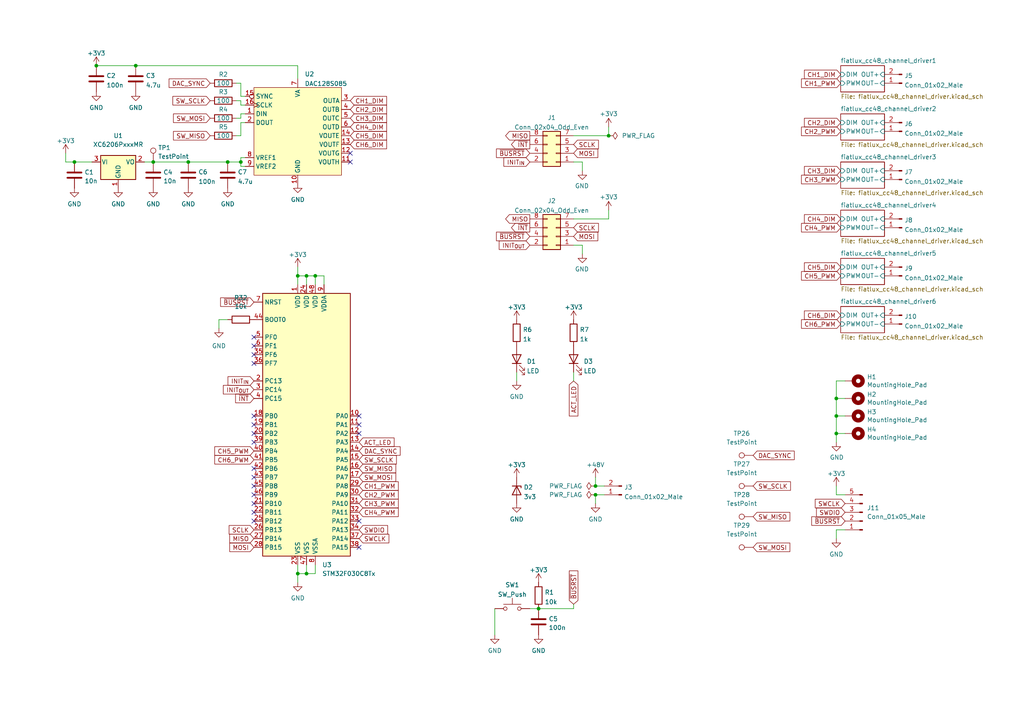
<source format=kicad_sch>
(kicad_sch (version 20211123) (generator eeschema)
  (paper "A4")
  (lib_symbols
    (symbol "Connector:Conn_01x02_Male" (pin_names (offset 1.016) hide)
      (property "Reference" "J" (at 0 2.54 0))
      (property "Value" "Conn_01x02_Male" (at 0 -5.08 0))
      (symbol "Conn_01x02_Male_1_1"
        (polyline (pts (xy 1.27 -2.54) (xy 0.8636 -2.54)) (stroke (width 0.1524)))
        (polyline (pts (xy 1.27 0) (xy 0.8636 0)) (stroke (width 0.1524)))
        (rectangle (start 0.8636 -2.413) (end 0 -2.667) (stroke (width 0.1524)) (fill (type outline)))
        (rectangle (start 0.8636 0.127) (end 0 -0.127) (stroke (width 0.1524)) (fill (type outline)))
        (pin passive line (at 5.08 0 180) (length 3.81) (name "Pin_1") (number "1"))
        (pin passive line (at 5.08 -2.54 180) (length 3.81) (name "Pin_2") (number "2"))
      )
    )
    (symbol "Connector:Conn_01x05_Male" (pin_names (offset 1.016) hide)
      (property "Reference" "J" (at 0 7.62 0))
      (property "Value" "Conn_01x05_Male" (at 0 -7.62 0))
      (symbol "Conn_01x05_Male_1_1"
        (polyline (pts (xy 1.27 -5.08) (xy 0.8636 -5.08)) (stroke (width 0.1524)))
        (polyline (pts (xy 1.27 -2.54) (xy 0.8636 -2.54)) (stroke (width 0.1524)))
        (polyline (pts (xy 1.27 0) (xy 0.8636 0)) (stroke (width 0.1524)))
        (polyline (pts (xy 1.27 2.54) (xy 0.8636 2.54)) (stroke (width 0.1524)))
        (polyline (pts (xy 1.27 5.08) (xy 0.8636 5.08)) (stroke (width 0.1524)))
        (rectangle (start 0.8636 -4.953) (end 0 -5.207) (stroke (width 0.1524)) (fill (type outline)))
        (rectangle (start 0.8636 -2.413) (end 0 -2.667) (stroke (width 0.1524)) (fill (type outline)))
        (rectangle (start 0.8636 0.127) (end 0 -0.127) (stroke (width 0.1524)) (fill (type outline)))
        (rectangle (start 0.8636 2.667) (end 0 2.413) (stroke (width 0.1524)) (fill (type outline)))
        (rectangle (start 0.8636 5.207) (end 0 4.953) (stroke (width 0.1524)) (fill (type outline)))
        (pin passive line (at 5.08 5.08 180) (length 3.81) (name "Pin_1") (number "1"))
        (pin passive line (at 5.08 2.54 180) (length 3.81) (name "Pin_2") (number "2"))
        (pin passive line (at 5.08 0 180) (length 3.81) (name "Pin_3") (number "3"))
        (pin passive line (at 5.08 -2.54 180) (length 3.81) (name "Pin_4") (number "4"))
        (pin passive line (at 5.08 -5.08 180) (length 3.81) (name "Pin_5") (number "5"))
      )
    )
    (symbol "Connector:TestPoint" (pin_numbers hide) (pin_names (offset 0.762) hide)
      (property "Reference" "TP" (at 0 6.858 0))
      (property "Value" "TestPoint" (at 0 5.08 0))
      (symbol "TestPoint_0_1"
        (circle (center 0 3.302) (radius 0.762))
      )
      (symbol "TestPoint_1_1"
        (pin passive line (at 0 0 90) (length 2.54) (name "1") (number "1"))
      )
    )
    (symbol "Connector_Generic:Conn_02x04_Odd_Even" (pin_names (offset 1.016) hide)
      (property "Reference" "J" (at 1.27 5.08 0))
      (property "Value" "Conn_02x04_Odd_Even" (at 1.27 -7.62 0))
      (symbol "Conn_02x04_Odd_Even_1_1"
        (rectangle (start -1.27 -4.953) (end 0 -5.207) (stroke (width 0.1524)))
        (rectangle (start -1.27 -2.413) (end 0 -2.667) (stroke (width 0.1524)))
        (rectangle (start -1.27 0.127) (end 0 -0.127) (stroke (width 0.1524)))
        (rectangle (start -1.27 2.667) (end 0 2.413) (stroke (width 0.1524)))
        (rectangle (start -1.27 3.81) (end 3.81 -6.35) (stroke (width 0.254)) (fill (type background)))
        (rectangle (start 3.81 -4.953) (end 2.54 -5.207) (stroke (width 0.1524)))
        (rectangle (start 3.81 -2.413) (end 2.54 -2.667) (stroke (width 0.1524)))
        (rectangle (start 3.81 0.127) (end 2.54 -0.127) (stroke (width 0.1524)))
        (rectangle (start 3.81 2.667) (end 2.54 2.413) (stroke (width 0.1524)))
        (pin passive line (at -5.08 2.54 0) (length 3.81) (name "Pin_1") (number "1"))
        (pin passive line (at 7.62 2.54 180) (length 3.81) (name "Pin_2") (number "2"))
        (pin passive line (at -5.08 0 0) (length 3.81) (name "Pin_3") (number "3"))
        (pin passive line (at 7.62 0 180) (length 3.81) (name "Pin_4") (number "4"))
        (pin passive line (at -5.08 -2.54 0) (length 3.81) (name "Pin_5") (number "5"))
        (pin passive line (at 7.62 -2.54 180) (length 3.81) (name "Pin_6") (number "6"))
        (pin passive line (at -5.08 -5.08 0) (length 3.81) (name "Pin_7") (number "7"))
        (pin passive line (at 7.62 -5.08 180) (length 3.81) (name "Pin_8") (number "8"))
      )
    )
    (symbol "Device:C" (pin_numbers hide) (pin_names (offset 0.254))
      (property "Reference" "C" (at 0.635 2.54 0))
      (property "Value" "C" (at 0.635 -2.54 0))
      (symbol "C_0_1"
        (polyline (pts (xy -2.032 -0.762) (xy 2.032 -0.762)) (stroke (width 0.508)))
        (polyline (pts (xy -2.032 0.762) (xy 2.032 0.762)) (stroke (width 0.508)))
      )
      (symbol "C_1_1"
        (pin passive line (at 0 3.81 270) (length 2.794) (name "~") (number "1"))
        (pin passive line (at 0 -3.81 90) (length 2.794) (name "~") (number "2"))
      )
    )
    (symbol "Device:D_Zener" (pin_numbers hide) (pin_names (offset 1.016) hide)
      (property "Reference" "D" (at 0 2.54 0))
      (property "Value" "D_Zener" (at 0 -2.54 0))
      (symbol "D_Zener_0_1"
        (polyline (pts (xy 1.27 0) (xy -1.27 0)))
        (polyline (pts (xy -1.27 -1.27) (xy -1.27 1.27) (xy -0.762 1.27)) (stroke (width 0.254)))
        (polyline (pts (xy 1.27 -1.27) (xy 1.27 1.27) (xy -1.27 0) (xy 1.27 -1.27)) (stroke (width 0.254)))
      )
      (symbol "D_Zener_1_1"
        (pin passive line (at -3.81 0 0) (length 2.54) (name "K") (number "1"))
        (pin passive line (at 3.81 0 180) (length 2.54) (name "A") (number "2"))
      )
    )
    (symbol "Device:LED" (pin_numbers hide) (pin_names (offset 1.016) hide)
      (property "Reference" "D" (at 0 2.54 0))
      (property "Value" "LED" (at 0 -2.54 0))
      (symbol "LED_0_1"
        (polyline (pts (xy -1.27 -1.27) (xy -1.27 1.27)) (stroke (width 0.254)))
        (polyline (pts (xy -1.27 0) (xy 1.27 0)))
        (polyline (pts (xy 1.27 -1.27) (xy 1.27 1.27) (xy -1.27 0) (xy 1.27 -1.27)) (stroke (width 0.254)))
        (polyline (pts (xy -3.048 -0.762) (xy -4.572 -2.286) (xy -3.81 -2.286) (xy -4.572 -2.286) (xy -4.572 -1.524)))
        (polyline (pts (xy -1.778 -0.762) (xy -3.302 -2.286) (xy -2.54 -2.286) (xy -3.302 -2.286) (xy -3.302 -1.524)))
      )
      (symbol "LED_1_1"
        (pin passive line (at -3.81 0 0) (length 2.54) (name "K") (number "1"))
        (pin passive line (at 3.81 0 180) (length 2.54) (name "A") (number "2"))
      )
    )
    (symbol "Device:R" (pin_numbers hide) (pin_names (offset 0))
      (property "Reference" "R" (at 2.032 0 90))
      (property "Value" "R" (at 0 0 90))
      (symbol "R_0_1"
        (rectangle (start -1.016 -2.54) (end 1.016 2.54) (stroke (width 0.254)))
      )
      (symbol "R_1_1"
        (pin passive line (at 0 3.81 270) (length 1.27) (name "~") (number "1"))
        (pin passive line (at 0 -3.81 90) (length 1.27) (name "~") (number "2"))
      )
    )
    (symbol "Library:DAC128S085"
      (property "Reference" "U" (at 0 -1.27 0))
      (property "Value" "DAC128S085" (at 0 1.27 0))
      (symbol "DAC128S085_0_1"
        (rectangle (start -12.7 12.7) (end 12.7 -12.7) (stroke (width 0.1524)) (fill (type background)))
      )
      (symbol "DAC128S085_1_1"
        (pin input line (at -15.24 5.08 0) (length 2.54) (name "DIN") (number "1"))
        (pin power_in line (at 0 -15.24 90) (length 2.54) (name "GND") (number "10"))
        (pin output line (at 15.24 -8.89 180) (length 2.54) (name "VOUTH") (number "11"))
        (pin output line (at 15.24 -6.35 180) (length 2.54) (name "VOUTG") (number "12"))
        (pin output line (at 15.24 -3.81 180) (length 2.54) (name "VOUTF") (number "13"))
        (pin output line (at 15.24 -1.27 180) (length 2.54) (name "VOUTE") (number "14"))
        (pin input inverted (at -15.24 10.16 0) (length 2.54) (name "SYNC") (number "15"))
        (pin input clock (at -15.24 7.62 0) (length 2.54) (name "SCLK") (number "16"))
        (pin output line (at -15.24 2.54 0) (length 2.54) (name "DOUT") (number "2"))
        (pin output line (at 15.24 8.89 180) (length 2.54) (name "OUTA") (number "3"))
        (pin output line (at 15.24 6.35 180) (length 2.54) (name "OUTB") (number "4"))
        (pin output line (at 15.24 3.81 180) (length 2.54) (name "OUTC") (number "5"))
        (pin output line (at 15.24 1.27 180) (length 2.54) (name "OUTD") (number "6"))
        (pin power_in line (at 0 15.24 270) (length 2.54) (name "VA") (number "7"))
        (pin input line (at -15.24 -7.62 0) (length 2.54) (name "VREF1") (number "8"))
        (pin input line (at -15.24 -10.16 0) (length 2.54) (name "VREF2") (number "9"))
      )
    )
    (symbol "MCU_ST_STM32F0:STM32F030C8Tx"
      (property "Reference" "U" (at -12.7 39.37 0))
      (property "Value" "STM32F030C8Tx" (at 7.62 39.37 0))
      (symbol "STM32F030C8Tx_0_1"
        (rectangle (start -12.7 -38.1) (end 12.7 38.1) (stroke (width 0.254)) (fill (type background)))
      )
      (symbol "STM32F030C8Tx_1_1"
        (pin power_in line (at -2.54 40.64 270) (length 2.54) (name "VDD") (number "1"))
        (pin bidirectional line (at 15.24 2.54 180) (length 2.54) (name "PA0") (number "10"))
        (pin bidirectional line (at 15.24 0 180) (length 2.54) (name "PA1") (number "11"))
        (pin bidirectional line (at 15.24 -2.54 180) (length 2.54) (name "PA2") (number "12"))
        (pin bidirectional line (at 15.24 -5.08 180) (length 2.54) (name "PA3") (number "13"))
        (pin bidirectional line (at 15.24 -7.62 180) (length 2.54) (name "PA4") (number "14"))
        (pin bidirectional line (at 15.24 -10.16 180) (length 2.54) (name "PA5") (number "15"))
        (pin bidirectional line (at 15.24 -12.7 180) (length 2.54) (name "PA6") (number "16"))
        (pin bidirectional line (at 15.24 -15.24 180) (length 2.54) (name "PA7") (number "17"))
        (pin bidirectional line (at -15.24 2.54 0) (length 2.54) (name "PB0") (number "18"))
        (pin bidirectional line (at -15.24 0 0) (length 2.54) (name "PB1") (number "19"))
        (pin bidirectional line (at -15.24 12.7 0) (length 2.54) (name "PC13") (number "2"))
        (pin bidirectional line (at -15.24 -2.54 0) (length 2.54) (name "PB2") (number "20"))
        (pin bidirectional line (at -15.24 -22.86 0) (length 2.54) (name "PB10") (number "21"))
        (pin bidirectional line (at -15.24 -25.4 0) (length 2.54) (name "PB11") (number "22"))
        (pin power_in line (at -2.54 -40.64 90) (length 2.54) (name "VSS") (number "23"))
        (pin power_in line (at 0 40.64 270) (length 2.54) (name "VDD") (number "24"))
        (pin bidirectional line (at -15.24 -27.94 0) (length 2.54) (name "PB12") (number "25"))
        (pin bidirectional line (at -15.24 -30.48 0) (length 2.54) (name "PB13") (number "26"))
        (pin bidirectional line (at -15.24 -33.02 0) (length 2.54) (name "PB14") (number "27"))
        (pin bidirectional line (at -15.24 -35.56 0) (length 2.54) (name "PB15") (number "28"))
        (pin bidirectional line (at 15.24 -17.78 180) (length 2.54) (name "PA8") (number "29"))
        (pin bidirectional line (at -15.24 10.16 0) (length 2.54) (name "PC14") (number "3"))
        (pin bidirectional line (at 15.24 -20.32 180) (length 2.54) (name "PA9") (number "30"))
        (pin bidirectional line (at 15.24 -22.86 180) (length 2.54) (name "PA10") (number "31"))
        (pin bidirectional line (at 15.24 -25.4 180) (length 2.54) (name "PA11") (number "32"))
        (pin bidirectional line (at 15.24 -27.94 180) (length 2.54) (name "PA12") (number "33"))
        (pin bidirectional line (at 15.24 -30.48 180) (length 2.54) (name "PA13") (number "34"))
        (pin bidirectional line (at -15.24 20.32 0) (length 2.54) (name "PF6") (number "35"))
        (pin bidirectional line (at -15.24 17.78 0) (length 2.54) (name "PF7") (number "36"))
        (pin bidirectional line (at 15.24 -33.02 180) (length 2.54) (name "PA14") (number "37"))
        (pin bidirectional line (at 15.24 -35.56 180) (length 2.54) (name "PA15") (number "38"))
        (pin bidirectional line (at -15.24 -5.08 0) (length 2.54) (name "PB3") (number "39"))
        (pin bidirectional line (at -15.24 7.62 0) (length 2.54) (name "PC15") (number "4"))
        (pin bidirectional line (at -15.24 -7.62 0) (length 2.54) (name "PB4") (number "40"))
        (pin bidirectional line (at -15.24 -10.16 0) (length 2.54) (name "PB5") (number "41"))
        (pin bidirectional line (at -15.24 -12.7 0) (length 2.54) (name "PB6") (number "42"))
        (pin bidirectional line (at -15.24 -15.24 0) (length 2.54) (name "PB7") (number "43"))
        (pin input line (at -15.24 30.48 0) (length 2.54) (name "BOOT0") (number "44"))
        (pin bidirectional line (at -15.24 -17.78 0) (length 2.54) (name "PB8") (number "45"))
        (pin bidirectional line (at -15.24 -20.32 0) (length 2.54) (name "PB9") (number "46"))
        (pin power_in line (at 0 -40.64 90) (length 2.54) (name "VSS") (number "47"))
        (pin power_in line (at 2.54 40.64 270) (length 2.54) (name "VDD") (number "48"))
        (pin input line (at -15.24 25.4 0) (length 2.54) (name "PF0") (number "5"))
        (pin input line (at -15.24 22.86 0) (length 2.54) (name "PF1") (number "6"))
        (pin input line (at -15.24 35.56 0) (length 2.54) (name "NRST") (number "7"))
        (pin power_in line (at 2.54 -40.64 90) (length 2.54) (name "VSSA") (number "8"))
        (pin power_in line (at 5.08 40.64 270) (length 2.54) (name "VDDA") (number "9"))
      )
    )
    (symbol "Mechanical:MountingHole_Pad" (pin_numbers hide) (pin_names (offset 1.016) hide)
      (property "Reference" "H" (at 0 6.35 0))
      (property "Value" "MountingHole_Pad" (at 0 4.445 0))
      (symbol "MountingHole_Pad_0_1"
        (circle (center 0 1.27) (radius 1.27) (stroke (width 1.27)))
      )
      (symbol "MountingHole_Pad_1_1"
        (pin input line (at 0 -2.54 90) (length 2.54) (name "1") (number "1"))
      )
    )
    (symbol "Regulator_Linear:XC6206PxxxMR" (pin_names (offset 0.254))
      (property "Reference" "U" (at -3.81 3.175 0))
      (property "Value" "XC6206PxxxMR" (at 0 3.175 0))
      (symbol "XC6206PxxxMR_0_1"
        (rectangle (start -5.08 1.905) (end 5.08 -5.08) (stroke (width 0.254)) (fill (type background)))
      )
      (symbol "XC6206PxxxMR_1_1"
        (pin power_in line (at 0 -7.62 90) (length 2.54) (name "GND") (number "1"))
        (pin power_out line (at 7.62 0 180) (length 2.54) (name "VO") (number "2"))
        (pin power_in line (at -7.62 0 0) (length 2.54) (name "VI") (number "3"))
      )
    )
    (symbol "Switch:SW_Push" (pin_numbers hide) (pin_names (offset 1.016) hide)
      (property "Reference" "SW" (at 1.27 2.54 0))
      (property "Value" "SW_Push" (at 0 -1.524 0))
      (symbol "SW_Push_0_1"
        (circle (center -2.032 0) (radius 0.508))
        (polyline (pts (xy 0 1.27) (xy 0 3.048)))
        (polyline (pts (xy 2.54 1.27) (xy -2.54 1.27)))
        (circle (center 2.032 0) (radius 0.508))
        (pin passive line (at -5.08 0 0) (length 2.54) (name "1") (number "1"))
        (pin passive line (at 5.08 0 180) (length 2.54) (name "2") (number "2"))
      )
    )
    (symbol "library:DAC128S085"
      (property "Reference" "U2" (at 2.0194 16.6157 0))
      (property "Value" "DAC128S085" (at 2.0194 13.8406 0))
      (symbol "DAC128S085_0_1"
        (rectangle (start -12.7 12.7) (end 12.7 -12.7) (stroke (width 0.1524)) (fill (type background)))
      )
      (symbol "DAC128S085_1_1"
        (pin input line (at -15.24 5.08 0) (length 2.54) (name "DIN") (number "1"))
        (pin power_in line (at 0 -15.24 90) (length 2.54) (name "GND") (number "10"))
        (pin output line (at 15.24 -8.89 180) (length 2.54) (name "VOUTH") (number "11"))
        (pin output line (at 15.24 -6.35 180) (length 2.54) (name "VOUTG") (number "12"))
        (pin output line (at 15.24 -3.81 180) (length 2.54) (name "VOUTF") (number "13"))
        (pin output line (at 15.24 -1.27 180) (length 2.54) (name "VOUTE") (number "14"))
        (pin input inverted (at -15.24 10.16 0) (length 2.54) (name "SYNC") (number "15"))
        (pin input clock (at -15.24 7.62 0) (length 2.54) (name "SCLK") (number "16"))
        (pin output line (at -15.24 2.54 0) (length 2.54) (name "DOUT") (number "2"))
        (pin output line (at 15.24 8.89 180) (length 2.54) (name "OUTA") (number "3"))
        (pin output line (at 15.24 6.35 180) (length 2.54) (name "OUTB") (number "4"))
        (pin output line (at 15.24 3.81 180) (length 2.54) (name "OUTC") (number "5"))
        (pin output line (at 15.24 1.27 180) (length 2.54) (name "OUTD") (number "6"))
        (pin power_in line (at 0 15.24 270) (length 2.54) (name "VA") (number "7"))
        (pin input line (at -15.24 -7.62 0) (length 2.54) (name "VREF1") (number "8"))
        (pin input line (at -15.24 -10.16 0) (length 2.54) (name "VREF2") (number "9"))
      )
    )
    (symbol "power:+3.3V" (power) (pin_names (offset 0))
      (property "Value" "+3.3V" (at 0 3.556 0))
      (symbol "+3.3V_0_1"
        (polyline (pts (xy -0.762 1.27) (xy 0 2.54)))
        (polyline (pts (xy 0 0) (xy 0 2.54)))
        (polyline (pts (xy 0 2.54) (xy 0.762 1.27)))
      )
      (symbol "+3.3V_1_1"
        (pin power_in line (at 0 0 90) (length 0) hide (name "+3V3") (number "1"))
      )
    )
    (symbol "power:+3V3" (power) (pin_names (offset 0))
      (property "Value" "+3V3" (at 0 3.556 0))
      (symbol "+3V3_0_1"
        (polyline (pts (xy -0.762 1.27) (xy 0 2.54)))
        (polyline (pts (xy 0 0) (xy 0 2.54)))
        (polyline (pts (xy 0 2.54) (xy 0.762 1.27)))
      )
      (symbol "+3V3_1_1"
        (pin power_in line (at 0 0 90) (length 0) hide (name "+3V3") (number "1"))
      )
    )
    (symbol "power:+48V" (power) (pin_names (offset 0))
      (property "Value" "+48V" (at 0 3.556 0))
      (symbol "+48V_0_1"
        (polyline (pts (xy -0.762 1.27) (xy 0 2.54)))
        (polyline (pts (xy 0 0) (xy 0 2.54)))
        (polyline (pts (xy 0 2.54) (xy 0.762 1.27)))
      )
      (symbol "+48V_1_1"
        (pin power_in line (at 0 0 90) (length 0) hide (name "+48V") (number "1"))
      )
    )
    (symbol "power:GND" (power) (pin_names (offset 0))
      (property "Value" "GND" (at 0 -3.81 0))
      (symbol "GND_0_1"
        (polyline (pts (xy 0 0) (xy 0 -1.27) (xy 1.27 -1.27) (xy 0 -2.54) (xy -1.27 -1.27) (xy 0 -1.27)))
      )
      (symbol "GND_1_1"
        (pin power_in line (at 0 0 270) (length 0) hide (name "GND") (number "1"))
      )
    )
    (symbol "power:PWR_FLAG" (power) (pin_numbers hide) (pin_names (offset 0) hide)
      (property "Value" "PWR_FLAG" (at 0 3.81 0))
      (symbol "PWR_FLAG_0_0"
        (pin power_out line (at 0 0 90) (length 0) (name "pwr") (number "1"))
      )
      (symbol "PWR_FLAG_0_1"
        (polyline (pts (xy 0 0) (xy 0 1.27) (xy -1.016 1.905) (xy 0 2.54) (xy 1.016 1.905) (xy 0 1.27)))
      )
    )
  )
  (junction (at 44.45 46.99))
  (junction (at 242.57 115.57))
  (junction (at 172.72 140.97))
  (junction (at 66.04 46.99))
  (junction (at 39.37 19.05))
  (junction (at 88.9 166.37))
  (junction (at 69.85 46.99))
  (junction (at 88.9 80.01))
  (junction (at 86.36 166.37))
  (junction (at 21.59 46.99))
  (junction (at 242.57 125.73))
  (junction (at 172.72 143.51))
  (junction (at 54.61 46.99))
  (junction (at 91.44 80.01))
  (junction (at 27.94 19.05))
  (junction (at 242.57 120.65))
  (junction (at 156.21 176.53))
  (junction (at 176.53 39.37))
  (junction (at 86.36 80.01))
  (no_connect (at 101.6 44.45))
  (no_connect (at 101.6 46.99))
  (no_connect (at 104.14 151.13))
  (no_connect (at 104.14 158.75))
  (no_connect (at 104.14 125.73))
  (no_connect (at 104.14 123.19))
  (no_connect (at 104.14 120.65))
  (no_connect (at 73.66 97.79))
  (no_connect (at 73.66 100.33))
  (no_connect (at 73.66 102.87))
  (no_connect (at 73.66 105.41))
  (no_connect (at 73.66 120.65))
  (no_connect (at 73.66 123.19))
  (no_connect (at 73.66 125.73))
  (no_connect (at 73.66 128.27))
  (no_connect (at 73.66 135.89))
  (no_connect (at 73.66 138.43))
  (no_connect (at 73.66 140.97))
  (no_connect (at 73.66 143.51))
  (no_connect (at 73.66 146.05))
  (no_connect (at 73.66 148.59))
  (no_connect (at 73.66 151.13))
  (wire (pts (xy 88.9 80.01) (xy 91.44 80.01)))
  (wire (pts (xy 69.85 27.94) (xy 69.85 24.13)))
  (wire (pts (xy 86.36 19.05) (xy 86.36 22.86)))
  (wire (pts (xy 27.94 19.05) (xy 39.37 19.05)))
  (wire (pts (xy 69.85 46.99) (xy 69.85 48.26)))
  (wire (pts (xy 176.53 36.83) (xy 176.53 39.37)))
  (wire (pts (xy 69.85 39.37) (xy 68.58 39.37)))
  (wire (pts (xy 39.37 19.05) (xy 86.36 19.05)))
  (wire (pts (xy 19.05 46.99) (xy 21.59 46.99)))
  (wire (pts (xy 242.57 115.57) (xy 242.57 120.65)))
  (wire (pts (xy 69.85 24.13) (xy 68.58 24.13)))
  (wire (pts (xy 242.57 115.57) (xy 245.11 115.57)))
  (wire (pts (xy 166.37 46.99) (xy 168.91 46.99)))
  (wire (pts (xy 66.04 92.71) (xy 63.5 92.71)))
  (wire (pts (xy 88.9 166.37) (xy 91.44 166.37)))
  (wire (pts (xy 69.85 45.72) (xy 69.85 46.99)))
  (wire (pts (xy 86.36 77.47) (xy 86.36 80.01)))
  (wire (pts (xy 66.04 46.99) (xy 69.85 46.99)))
  (wire (pts (xy 172.72 140.97) (xy 175.26 140.97)))
  (wire (pts (xy 242.57 125.73) (xy 242.57 128.27)))
  (wire (pts (xy 44.45 46.99) (xy 54.61 46.99)))
  (wire (pts (xy 176.53 39.37) (xy 166.37 39.37)))
  (wire (pts (xy 242.57 143.51) (xy 245.11 143.51)))
  (wire (pts (xy 41.91 46.99) (xy 44.45 46.99)))
  (wire (pts (xy 242.57 120.65) (xy 245.11 120.65)))
  (wire (pts (xy 168.91 46.99) (xy 168.91 49.53)))
  (wire (pts (xy 69.85 45.72) (xy 71.12 45.72)))
  (wire (pts (xy 242.57 153.67) (xy 245.11 153.67)))
  (wire (pts (xy 156.21 176.53) (xy 166.37 176.53)))
  (wire (pts (xy 86.36 80.01) (xy 88.9 80.01)))
  (wire (pts (xy 21.59 46.99) (xy 26.67 46.99)))
  (wire (pts (xy 175.26 143.51) (xy 172.72 143.51)))
  (wire (pts (xy 69.85 30.48) (xy 71.12 30.48)))
  (wire (pts (xy 168.91 71.12) (xy 168.91 73.66)))
  (wire (pts (xy 153.67 176.53) (xy 156.21 176.53)))
  (wire (pts (xy 242.57 110.49) (xy 242.57 115.57)))
  (wire (pts (xy 143.51 176.53) (xy 143.51 184.15)))
  (wire (pts (xy 176.53 63.5) (xy 166.37 63.5)))
  (wire (pts (xy 172.72 138.43) (xy 172.72 140.97)))
  (wire (pts (xy 88.9 163.83) (xy 88.9 166.37)))
  (wire (pts (xy 71.12 48.26) (xy 69.85 48.26)))
  (wire (pts (xy 69.85 33.02) (xy 69.85 34.29)))
  (wire (pts (xy 71.12 33.02) (xy 69.85 33.02)))
  (wire (pts (xy 69.85 29.21) (xy 69.85 30.48)))
  (wire (pts (xy 91.44 166.37) (xy 91.44 163.83)))
  (wire (pts (xy 63.5 92.71) (xy 63.5 95.25)))
  (wire (pts (xy 176.53 60.96) (xy 176.53 63.5)))
  (wire (pts (xy 149.86 107.95) (xy 149.86 110.49)))
  (wire (pts (xy 245.11 110.49) (xy 242.57 110.49)))
  (wire (pts (xy 71.12 27.94) (xy 69.85 27.94)))
  (wire (pts (xy 86.36 166.37) (xy 88.9 166.37)))
  (wire (pts (xy 71.12 35.56) (xy 69.85 35.56)))
  (wire (pts (xy 86.36 166.37) (xy 86.36 168.91)))
  (wire (pts (xy 68.58 34.29) (xy 69.85 34.29)))
  (wire (pts (xy 172.72 143.51) (xy 172.72 146.05)))
  (wire (pts (xy 91.44 80.01) (xy 91.44 82.55)))
  (wire (pts (xy 86.36 163.83) (xy 86.36 166.37)))
  (wire (pts (xy 166.37 71.12) (xy 168.91 71.12)))
  (wire (pts (xy 245.11 125.73) (xy 242.57 125.73)))
  (wire (pts (xy 166.37 175.26) (xy 166.37 176.53)))
  (wire (pts (xy 91.44 80.01) (xy 93.98 80.01)))
  (wire (pts (xy 242.57 153.67) (xy 242.57 156.21)))
  (wire (pts (xy 68.58 29.21) (xy 69.85 29.21)))
  (wire (pts (xy 88.9 80.01) (xy 88.9 82.55)))
  (wire (pts (xy 19.05 46.99) (xy 19.05 44.45)))
  (wire (pts (xy 242.57 120.65) (xy 242.57 125.73)))
  (wire (pts (xy 166.37 107.95) (xy 166.37 110.49)))
  (wire (pts (xy 93.98 80.01) (xy 93.98 82.55)))
  (wire (pts (xy 54.61 46.99) (xy 66.04 46.99)))
  (wire (pts (xy 242.57 140.97) (xy 242.57 143.51)))
  (wire (pts (xy 69.85 35.56) (xy 69.85 39.37)))
  (wire (pts (xy 86.36 82.55) (xy 86.36 80.01)))
  (global_label "CH6_DIM" (shape input) (at 243.84 91.44 180) (property "Intersheet References" "${INTERSHEET_REFS}" (effects hide)))
  (global_label "SW_SCLK" (shape input) (at 60.96 29.21 180) (property "Intersheet References" "${INTERSHEET_REFS}" (effects hide)))
  (global_label "INIT_{OUT}" (shape input) (at 153.67 71.12 180) (property "Referenzen zwischen Schaltplänen" "${INTERSHEET_REFS}" (effects hide)))
  (global_label "~{BUSRST}" (shape input) (at 73.66 87.63 180) (property "Referenzen zwischen Schaltplänen" "${INTERSHEET_REFS}" (effects hide)))
  (global_label "SWCLK" (shape input) (at 104.14 156.21 0) (property "Intersheet References" "${INTERSHEET_REFS}" (effects hide)))
  (global_label "CH2_DIM" (shape input) (at 101.6 31.75 0) (property "Intersheet References" "${INTERSHEET_REFS}" (effects hide)))
  (global_label "CH5_PWM" (shape input) (at 73.66 130.81 180) (property "Intersheet References" "${INTERSHEET_REFS}" (effects hide)))
  (global_label "CH5_DIM" (shape input) (at 243.84 77.47 180) (property "Intersheet References" "${INTERSHEET_REFS}" (effects hide)))
  (global_label "SWDIO" (shape input) (at 104.14 153.67 0) (property "Intersheet References" "${INTERSHEET_REFS}" (effects hide)))
  (global_label "SWDIO" (shape input) (at 245.11 148.59 180) (property "Intersheet References" "${INTERSHEET_REFS}" (effects hide)))
  (global_label "SCLK" (shape input) (at 166.37 66.04 0) (property "Referenzen zwischen Schaltplänen" "${INTERSHEET_REFS}" (effects hide)))
  (global_label "MOSI" (shape input) (at 166.37 68.58 0) (property "Referenzen zwischen Schaltplänen" "${INTERSHEET_REFS}" (effects hide)))
  (global_label "SW_MISO" (shape input) (at 104.14 135.89 0) (property "Intersheet References" "${INTERSHEET_REFS}" (effects hide)))
  (global_label "SW_MOSI" (shape input) (at 104.14 138.43 0) (property "Intersheet References" "${INTERSHEET_REFS}" (effects hide)))
  (global_label "CH2_PWM" (shape input) (at 104.14 143.51 0) (property "Intersheet References" "${INTERSHEET_REFS}" (effects hide)))
  (global_label "CH4_PWM" (shape input) (at 104.14 148.59 0) (property "Intersheet References" "${INTERSHEET_REFS}" (effects hide)))
  (global_label "ACT_LED" (shape input) (at 166.37 110.49 270) (property "Intersheet References" "${INTERSHEET_REFS}" (effects hide)))
  (global_label "INIT_{IN}" (shape input) (at 153.67 46.99 180) (property "Referenzen zwischen Schaltplänen" "${INTERSHEET_REFS}" (effects hide)))
  (global_label "SCLK" (shape input) (at 166.37 41.91 0) (property "Referenzen zwischen Schaltplänen" "${INTERSHEET_REFS}" (effects hide)))
  (global_label "MOSI" (shape input) (at 166.37 44.45 0) (property "Referenzen zwischen Schaltplänen" "${INTERSHEET_REFS}" (effects hide)))
  (global_label "~{INT}" (shape output) (at 153.67 41.91 180) (property "Referenzen zwischen Schaltplänen" "${INTERSHEET_REFS}" (effects hide)))
  (global_label "CH1_DIM" (shape input) (at 101.6 29.21 0) (property "Intersheet References" "${INTERSHEET_REFS}" (effects hide)))
  (global_label "SW_SCLK" (shape input) (at 218.44 140.97 0) (property "Intersheet References" "${INTERSHEET_REFS}" (effects hide)))
  (global_label "CH3_DIM" (shape input) (at 101.6 34.29 0) (property "Intersheet References" "${INTERSHEET_REFS}" (effects hide)))
  (global_label "SW_MOSI" (shape input) (at 60.96 34.29 180) (property "Intersheet References" "${INTERSHEET_REFS}" (effects hide)))
  (global_label "MISO" (shape output) (at 153.67 63.5 180) (property "Referenzen zwischen Schaltplänen" "${INTERSHEET_REFS}" (effects hide)))
  (global_label "~{INT}" (shape output) (at 153.67 66.04 180) (property "Referenzen zwischen Schaltplänen" "${INTERSHEET_REFS}" (effects hide)))
  (global_label "SWCLK" (shape input) (at 245.11 146.05 180) (property "Intersheet References" "${INTERSHEET_REFS}" (effects hide)))
  (global_label "CH6_PWM" (shape input) (at 243.84 93.98 180) (property "Intersheet References" "${INTERSHEET_REFS}" (effects hide)))
  (global_label "CH3_DIM" (shape input) (at 243.84 49.53 180) (property "Intersheet References" "${INTERSHEET_REFS}" (effects hide)))
  (global_label "CH3_PWM" (shape input) (at 104.14 146.05 0) (property "Intersheet References" "${INTERSHEET_REFS}" (effects hide)))
  (global_label "CH1_PWM" (shape input) (at 104.14 140.97 0) (property "Intersheet References" "${INTERSHEET_REFS}" (effects hide)))
  (global_label "MOSI" (shape input) (at 73.66 158.75 180) (property "Intersheet References" "${INTERSHEET_REFS}" (effects hide)))
  (global_label "SW_SCLK" (shape input) (at 104.14 133.35 0) (property "Intersheet References" "${INTERSHEET_REFS}" (effects hide)))
  (global_label "CH4_DIM" (shape input) (at 243.84 63.5 180) (property "Intersheet References" "${INTERSHEET_REFS}" (effects hide)))
  (global_label "DAC_SYNC" (shape input) (at 60.96 24.13 180) (property "Intersheet References" "${INTERSHEET_REFS}" (effects hide)))
  (global_label "SCLK" (shape input) (at 73.66 153.67 180) (property "Intersheet References" "${INTERSHEET_REFS}" (effects hide)))
  (global_label "~{BUSRST}" (shape input) (at 153.67 44.45 180) (property "Referenzen zwischen Schaltplänen" "${INTERSHEET_REFS}" (effects hide)))
  (global_label "CH3_PWM" (shape input) (at 243.84 52.07 180) (property "Intersheet References" "${INTERSHEET_REFS}" (effects hide)))
  (global_label "DAC_SYNC" (shape input) (at 104.14 130.81 0) (property "Intersheet References" "${INTERSHEET_REFS}" (effects hide)))
  (global_label "MISO" (shape output) (at 153.67 39.37 180) (property "Referenzen zwischen Schaltplänen" "${INTERSHEET_REFS}" (effects hide)))
  (global_label "CH5_DIM" (shape input) (at 101.6 39.37 0) (property "Intersheet References" "${INTERSHEET_REFS}" (effects hide)))
  (global_label "INIT_{IN}" (shape input) (at 73.66 110.49 180) (property "Intersheet References" "${INTERSHEET_REFS}" (effects hide)))
  (global_label "DAC_SYNC" (shape input) (at 218.44 132.08 0) (property "Intersheet References" "${INTERSHEET_REFS}" (effects hide)))
  (global_label "~{BUSRST}" (shape input) (at 166.37 175.26 90) (property "Referenzen zwischen Schaltplänen" "${INTERSHEET_REFS}" (effects hide)))
  (global_label "CH2_PWM" (shape input) (at 243.84 38.1 180) (property "Intersheet References" "${INTERSHEET_REFS}" (effects hide)))
  (global_label "SW_MISO" (shape input) (at 218.44 149.86 0) (property "Intersheet References" "${INTERSHEET_REFS}" (effects hide)))
  (global_label "SW_MISO" (shape input) (at 60.96 39.37 180) (property "Intersheet References" "${INTERSHEET_REFS}" (effects hide)))
  (global_label "INIT_{OUT}" (shape input) (at 73.66 113.03 180) (property "Intersheet References" "${INTERSHEET_REFS}" (effects hide)))
  (global_label "CH5_PWM" (shape input) (at 243.84 80.01 180) (property "Intersheet References" "${INTERSHEET_REFS}" (effects hide)))
  (global_label "CH2_DIM" (shape input) (at 243.84 35.56 180) (property "Intersheet References" "${INTERSHEET_REFS}" (effects hide)))
  (global_label "CH4_PWM" (shape input) (at 243.84 66.04 180) (property "Intersheet References" "${INTERSHEET_REFS}" (effects hide)))
  (global_label "CH6_PWM" (shape input) (at 73.66 133.35 180) (property "Intersheet References" "${INTERSHEET_REFS}" (effects hide)))
  (global_label "~{INT}" (shape input) (at 73.66 115.57 180) (property "Intersheet References" "${INTERSHEET_REFS}" (effects hide)))
  (global_label "~{BUSRST}" (shape input) (at 245.11 151.13 180) (property "Referenzen zwischen Schaltplänen" "${INTERSHEET_REFS}" (effects hide)))
  (global_label "CH6_DIM" (shape input) (at 101.6 41.91 0) (property "Intersheet References" "${INTERSHEET_REFS}" (effects hide)))
  (global_label "ACT_LED" (shape input) (at 104.14 128.27 0) (property "Intersheet References" "${INTERSHEET_REFS}" (effects hide)))
  (global_label "MISO" (shape input) (at 73.66 156.21 180) (property "Intersheet References" "${INTERSHEET_REFS}" (effects hide)))
  (global_label "CH1_PWM" (shape input) (at 243.84 24.13 180) (property "Intersheet References" "${INTERSHEET_REFS}" (effects hide)))
  (global_label "SW_MOSI" (shape input) (at 218.44 158.75 0) (property "Intersheet References" "${INTERSHEET_REFS}" (effects hide)))
  (global_label "CH1_DIM" (shape input) (at 243.84 21.59 180) (property "Intersheet References" "${INTERSHEET_REFS}" (effects hide)))
  (global_label "~{BUSRST}" (shape input) (at 153.67 68.58 180) (property "Referenzen zwischen Schaltplänen" "${INTERSHEET_REFS}" (effects hide)))
  (global_label "CH4_DIM" (shape input) (at 101.6 36.83 0) (property "Intersheet References" "${INTERSHEET_REFS}" (effects hide)))
  (symbol (lib_id "Mechanical:MountingHole_Pad") (at 247.65 125.73 270) (unit 1)
    (property "Reference" "H4" (at 251.46 124.5616 90) (effects (justify left)))
    (property "Value" "MountingHole_Pad" (at 251.46 126.873 90) (effects (justify left)))
    (property "Footprint" "MountingHole:MountingHole_2.2mm_M2_Pad_Via" (effects hide))
    (property "LCSC" "-" (effects hide))
  )
  (symbol (lib_id "Device:LED") (at 166.37 104.14 90) (unit 1)
    (property "Reference" "D3" (at 169.291 104.819 90) (effects (justify right)))
    (property "Value" "LED" (at 169.291 107.5941 90) (effects (justify right)))
    (property "Footprint" "LED_SMD:LED_0805_2012Metric" (effects hide))
  )
  (symbol (lib_id "power:PWR_FLAG") (at 172.72 140.97 90) (unit 1)
    (property "Reference" "#FLG01" (effects hide))
    (property "Value" "PWR_FLAG" (at 168.91 140.9699 90) (effects (justify left)))
  )
  (symbol (lib_id "Device:C") (at 21.59 50.8 0) (unit 1)
    (property "Reference" "C1" (at 24.511 49.9653 0) (effects (justify left)))
    (property "Value" "10n" (at 24.511 52.5022 0) (effects (justify left)))
    (property "Footprint" "Capacitor_SMD:C_0805_2012Metric" (effects hide))
  )
  (symbol (lib_id "Device:D_Zener") (at 149.86 142.24 270) (unit 1)
    (property "Reference" "D2" (at 151.892 141.3315 90) (effects (justify left)))
    (property "Value" "3v3" (at 151.892 144.1066 90) (effects (justify left)))
    (property "Footprint" "Diode_SMD:D_MiniMELF" (effects hide))
  )
  (symbol (lib_id "Device:R") (at 69.85 92.71 270) (unit 1)
    (property "Reference" "R32" (at 69.85 86.36 90))
    (property "Value" "10k" (at 69.85 88.9 90))
    (property "Footprint" "Resistor_SMD:R_0603_1608Metric" (effects hide))
  )
  (symbol (lib_id "Connector:TestPoint") (at 44.45 46.99 0) (unit 1)
    (property "Reference" "TP1" (at 45.847 42.8533 0) (effects (justify left)))
    (property "Value" "TestPoint" (at 45.847 45.3902 0) (effects (justify left)))
    (property "Footprint" "TestPoint:TestPoint_Pad_D1.0mm" (effects hide))
  )
  (symbol (lib_id "Device:C") (at 27.94 22.86 0) (unit 1)
    (property "Reference" "C2" (at 30.861 21.9515 0) (effects (justify left)))
    (property "Value" "100n" (at 30.861 24.7266 0) (effects (justify left)))
    (property "Footprint" "Capacitor_SMD:C_0805_2012Metric" (effects hide))
  )
  (symbol (lib_id "power:GND") (at 66.04 54.61 0) (unit 1)
    (property "Reference" "#PWR012" (effects hide))
    (property "Value" "GND" (at 66.04 59.1725 0))
  )
  (symbol (lib_id "Device:R") (at 149.86 96.52 0) (unit 1)
    (property "Reference" "R6" (at 151.638 95.6115 0) (effects (justify left)))
    (property "Value" "1k" (at 151.638 98.3866 0) (effects (justify left)))
    (property "Footprint" "Resistor_SMD:R_0603_1608Metric" (effects hide))
  )
  (symbol (lib_id "Connector:TestPoint") (at 218.44 149.86 90) (unit 1)
    (property "Reference" "TP28" (at 215.138 143.51 90))
    (property "Value" "TestPoint" (at 215.138 146.05 90))
    (property "Footprint" "TestPoint:TestPoint_Pad_D1.0mm" (effects hide))
  )
  (symbol (lib_id "Connector:Conn_01x02_Male") (at 261.62 38.1 180) (unit 1)
    (property "Reference" "J6" (at 262.3312 35.9215 0) (effects (justify right)))
    (property "Value" "Conn_01x02_Male" (at 262.3312 38.6966 0) (effects (justify right)))
    (property "Footprint" "TerminalBlock:TerminalBlock_bornier-2_P5.08mm" (effects hide))
  )
  (symbol (lib_id "Connector:Conn_01x02_Male") (at 180.34 143.51 180) (unit 1)
    (property "Reference" "J3" (at 181.0512 141.3315 0) (effects (justify right)))
    (property "Value" "Conn_01x02_Male" (at 181.0512 144.1066 0) (effects (justify right)))
    (property "Footprint" "TerminalBlock:TerminalBlock_bornier-2_P5.08mm" (effects hide))
  )
  (symbol (lib_id "power:+3V3") (at 19.05 44.45 0) (unit 1)
    (property "Reference" "#PWR01" (effects hide))
    (property "Value" "+3V3" (at 19.05 40.8455 0))
  )
  (symbol (lib_id "Mechanical:MountingHole_Pad") (at 247.65 115.57 270) (unit 1)
    (property "Reference" "H2" (at 251.46 114.4016 90) (effects (justify left)))
    (property "Value" "MountingHole_Pad" (at 251.46 116.713 90) (effects (justify left)))
    (property "Footprint" "MountingHole:MountingHole_2.2mm_M2_Pad_Via" (effects hide))
    (property "LCSC" "-" (effects hide))
  )
  (symbol (lib_id "Connector:TestPoint") (at 218.44 158.75 90) (unit 1)
    (property "Reference" "TP29" (at 215.138 152.4 90))
    (property "Value" "TestPoint" (at 215.138 154.94 90))
    (property "Footprint" "TestPoint:TestPoint_Pad_D1.0mm" (effects hide))
  )
  (symbol (lib_id "power:GND") (at 39.37 26.67 0) (unit 1)
    (property "Reference" "#PWR07" (effects hide))
    (property "Value" "GND" (at 39.37 31.2325 0))
  )
  (symbol (lib_id "Device:R") (at 166.37 96.52 0) (unit 1)
    (property "Reference" "R7" (at 168.148 95.6115 0) (effects (justify left)))
    (property "Value" "1k" (at 168.148 98.3866 0) (effects (justify left)))
    (property "Footprint" "Resistor_SMD:R_0603_1608Metric" (effects hide))
  )
  (symbol (lib_id "Connector:Conn_01x02_Male") (at 261.62 80.01 180) (unit 1)
    (property "Reference" "J9" (at 262.3312 77.8315 0) (effects (justify right)))
    (property "Value" "Conn_01x02_Male" (at 262.3312 80.6066 0) (effects (justify right)))
    (property "Footprint" "TerminalBlock:TerminalBlock_bornier-2_P5.08mm" (effects hide))
  )
  (symbol (lib_id "Connector:TestPoint") (at 218.44 140.97 90) (unit 1)
    (property "Reference" "TP27" (at 215.138 134.62 90))
    (property "Value" "TestPoint" (at 215.138 137.16 90))
    (property "Footprint" "TestPoint:TestPoint_Pad_D1.0mm" (effects hide))
  )
  (symbol (lib_id "power:GND") (at 242.57 128.27 0) (unit 1)
    (property "Reference" "#PWR029" (effects hide))
    (property "Value" "GND" (at 242.697 132.6642 0))
  )
  (symbol (lib_id "Device:C") (at 66.04 50.8 0) (unit 1)
    (property "Reference" "C7" (at 68.961 49.8915 0) (effects (justify left)))
    (property "Value" "4.7u" (at 68.961 52.6666 0) (effects (justify left)))
    (property "Footprint" "Capacitor_SMD:C_0805_2012Metric" (effects hide))
  )
  (symbol (lib_id "power:+3V3") (at 242.57 140.97 0) (unit 1)
    (property "Reference" "#PWR0102" (effects hide))
    (property "Value" "+3V3" (at 242.57 137.3655 0))
  )
  (symbol (lib_id "Connector:Conn_01x02_Male") (at 261.62 66.04 180) (unit 1)
    (property "Reference" "J8" (at 262.3312 63.8615 0) (effects (justify right)))
    (property "Value" "Conn_01x02_Male" (at 262.3312 66.6366 0) (effects (justify right)))
    (property "Footprint" "TerminalBlock:TerminalBlock_bornier-2_P5.08mm" (effects hide))
  )
  (symbol (lib_id "power:GND") (at 27.94 26.67 0) (unit 1)
    (property "Reference" "#PWR04" (effects hide))
    (property "Value" "GND" (at 27.94 31.2325 0))
  )
  (symbol (lib_id "Device:C") (at 54.61 50.8 0) (unit 1)
    (property "Reference" "C6" (at 57.531 49.8915 0) (effects (justify left)))
    (property "Value" "100n" (at 57.531 52.6666 0) (effects (justify left)))
    (property "Footprint" "Capacitor_SMD:C_0805_2012Metric" (effects hide))
  )
  (symbol (lib_id "Device:C") (at 44.45 50.8 0) (unit 1)
    (property "Reference" "C4" (at 47.371 49.9653 0) (effects (justify left)))
    (property "Value" "10n" (at 47.371 52.5022 0) (effects (justify left)))
    (property "Footprint" "Capacitor_SMD:C_0805_2012Metric" (effects hide))
  )
  (symbol (lib_id "power:+48V") (at 172.72 138.43 0) (unit 1)
    (property "Reference" "#PWR024" (effects hide))
    (property "Value" "+48V" (at 172.72 134.8255 0))
  )
  (symbol (lib_id "Device:R") (at 64.77 24.13 90) (unit 1)
    (property "Reference" "R2" (at 64.77 21.59 90))
    (property "Value" "100" (at 64.77 24.13 90))
    (property "Footprint" "Resistor_SMD:R_0603_1608Metric" (effects hide))
  )
  (symbol (lib_id "power:GND") (at 242.57 156.21 0) (unit 1)
    (property "Reference" "#PWR0103" (effects hide))
    (property "Value" "GND" (at 242.57 160.7725 0))
  )
  (symbol (lib_id "power:GND") (at 63.5 95.25 0) (unit 1)
    (property "Reference" "#PWR0101" (effects hide))
    (property "Value" "GND" (at 63.5 100.33 0))
  )
  (symbol (lib_id "Device:C") (at 156.21 180.34 0) (unit 1)
    (property "Reference" "C5" (at 159.131 179.5053 0) (effects (justify left)))
    (property "Value" "100n" (at 159.131 182.0422 0) (effects (justify left)))
    (property "Footprint" "Capacitor_SMD:C_0805_2012Metric" (effects hide))
  )
  (symbol (lib_id "Connector:Conn_01x02_Male") (at 261.62 52.07 180) (unit 1)
    (property "Reference" "J7" (at 262.3312 49.8915 0) (effects (justify right)))
    (property "Value" "Conn_01x02_Male" (at 262.3312 52.6666 0) (effects (justify right)))
    (property "Footprint" "TerminalBlock:TerminalBlock_bornier-2_P5.08mm" (effects hide))
  )
  (symbol (lib_id "Device:R") (at 64.77 39.37 90) (unit 1)
    (property "Reference" "R5" (at 64.77 36.83 90))
    (property "Value" "100" (at 64.77 39.37 90))
    (property "Footprint" "Resistor_SMD:R_0603_1608Metric" (effects hide))
  )
  (symbol (lib_id "Mechanical:MountingHole_Pad") (at 247.65 120.65 270) (unit 1)
    (property "Reference" "H3" (at 251.46 119.4816 90) (effects (justify left)))
    (property "Value" "MountingHole_Pad" (at 251.46 121.793 90) (effects (justify left)))
    (property "Footprint" "MountingHole:MountingHole_2.2mm_M2_Pad_Via" (effects hide))
    (property "LCSC" "-" (effects hide))
  )
  (symbol (lib_id "power:GND") (at 168.91 49.53 0) (mirror y) (unit 1)
    (property "Reference" "#PWR022" (effects hide))
    (property "Value" "GND" (at 168.783 53.9242 0))
  )
  (symbol (lib_id "power:GND") (at 143.51 184.15 0) (unit 1)
    (property "Reference" "#PWR06" (effects hide))
    (property "Value" "GND" (at 143.51 188.7125 0))
  )
  (symbol (lib_id "Connector:Conn_01x02_Male") (at 261.62 93.98 180) (unit 1)
    (property "Reference" "J10" (at 262.3312 91.8015 0) (effects (justify right)))
    (property "Value" "Conn_01x02_Male" (at 262.3312 94.5766 0) (effects (justify right)))
    (property "Footprint" "TerminalBlock:TerminalBlock_bornier-2_P5.08mm" (effects hide))
  )
  (symbol (lib_id "power:GND") (at 54.61 54.61 0) (unit 1)
    (property "Reference" "#PWR011" (effects hide))
    (property "Value" "GND" (at 54.61 59.1725 0))
  )
  (symbol (lib_id "power:+3.3V") (at 176.53 60.96 0) (unit 1)
    (property "Reference" "#PWR027" (effects hide))
    (property "Value" "+3.3V" (at 176.53 57.15 0))
  )
  (symbol (lib_id "Device:R") (at 156.21 172.72 0) (unit 1)
    (property "Reference" "R1" (at 157.988 171.8115 0) (effects (justify left)))
    (property "Value" "10k" (at 157.988 174.5866 0) (effects (justify left)))
    (property "Footprint" "Resistor_SMD:R_0603_1608Metric" (effects hide))
  )
  (symbol (lib_id "MCU_ST_STM32F0:STM32F030C8Tx") (at 88.9 123.19 0) (unit 1)
    (property "Reference" "U3" (at 93.4594 163.83 0) (effects (justify left)))
    (property "Value" "STM32F030C8Tx" (at 93.4594 166.37 0) (effects (justify left)))
    (property "Footprint" "Package_QFP:LQFP-48_7x7mm_P0.5mm" (effects hide))
    (property "Datasheet" "http://www.st.com/st-web-ui/static/active/en/resource/technical/document/datasheet/DM00088500.pdf" (effects hide))
    (property "LCSC" " C23922" (effects hide))
  )
  (symbol (lib_id "library:DAC128S085") (at 86.36 38.1 0) (unit 1)
    (property "Reference" "U2" (at 88.3794 21.4843 0) (effects (justify left)))
    (property "Value" "DAC128S085" (at 88.3794 24.2594 0) (effects (justify left)))
    (property "Footprint" "Package_SO:SSOP-16_3.9x4.9mm_P0.635mm" (effects hide))
    (property "LCSC" "C882851" (effects hide))
  )
  (symbol (lib_id "power:+3V3") (at 149.86 92.71 0) (unit 1)
    (property "Reference" "#PWR017" (effects hide))
    (property "Value" "+3V3" (at 149.86 89.1055 0))
  )
  (symbol (lib_id "power:GND") (at 172.72 146.05 0) (unit 1)
    (property "Reference" "#PWR025" (effects hide))
    (property "Value" "GND" (at 172.72 150.6125 0))
  )
  (symbol (lib_id "Mechanical:MountingHole_Pad") (at 247.65 110.49 270) (unit 1)
    (property "Reference" "H1" (at 251.46 109.3216 90) (effects (justify left)))
    (property "Value" "MountingHole_Pad" (at 251.46 111.633 90) (effects (justify left)))
    (property "Footprint" "MountingHole:MountingHole_2.2mm_M2_Pad_Via" (effects hide))
    (property "LCSC" "-" (effects hide))
  )
  (symbol (lib_id "Connector:TestPoint") (at 218.44 132.08 90) (unit 1)
    (property "Reference" "TP26" (at 215.138 125.73 90))
    (property "Value" "TestPoint" (at 215.138 128.27 90))
    (property "Footprint" "TestPoint:TestPoint_Pad_D1.0mm" (effects hide))
  )
  (symbol (lib_id "power:GND") (at 168.91 73.66 0) (mirror y) (unit 1)
    (property "Reference" "#PWR023" (effects hide))
    (property "Value" "GND" (at 168.783 78.0542 0))
  )
  (symbol (lib_id "power:GND") (at 149.86 110.49 0) (unit 1)
    (property "Reference" "#PWR018" (effects hide))
    (property "Value" "GND" (at 149.86 115.0525 0))
  )
  (symbol (lib_id "power:+3V3") (at 27.94 19.05 0) (unit 1)
    (property "Reference" "#PWR03" (effects hide))
    (property "Value" "+3V3" (at 27.94 15.4455 0))
  )
  (symbol (lib_id "power:GND") (at 156.21 184.15 0) (unit 1)
    (property "Reference" "#PWR010" (effects hide))
    (property "Value" "GND" (at 156.21 188.7125 0))
  )
  (symbol (lib_id "power:PWR_FLAG") (at 176.53 39.37 270) (unit 1)
    (property "Reference" "#FLG03" (effects hide))
    (property "Value" "PWR_FLAG" (at 180.34 39.3699 90) (effects (justify left)))
  )
  (symbol (lib_id "power:+3V3") (at 166.37 92.71 0) (unit 1)
    (property "Reference" "#PWR021" (effects hide))
    (property "Value" "+3V3" (at 166.37 89.1055 0))
  )
  (symbol (lib_id "power:PWR_FLAG") (at 172.72 143.51 90) (unit 1)
    (property "Reference" "#FLG02" (effects hide))
    (property "Value" "PWR_FLAG" (at 168.91 143.5099 90) (effects (justify left)))
  )
  (symbol (lib_id "power:GND") (at 21.59 54.61 0) (unit 1)
    (property "Reference" "#PWR02" (effects hide))
    (property "Value" "GND" (at 21.59 59.1725 0))
  )
  (symbol (lib_id "Device:C") (at 39.37 22.86 0) (unit 1)
    (property "Reference" "C3" (at 42.291 21.9515 0) (effects (justify left)))
    (property "Value" "4.7u" (at 42.291 24.7266 0) (effects (justify left)))
    (property "Footprint" "Capacitor_SMD:C_0805_2012Metric" (effects hide))
  )
  (symbol (lib_id "power:+3V3") (at 156.21 168.91 0) (unit 1)
    (property "Reference" "#PWR09" (effects hide))
    (property "Value" "+3V3" (at 156.21 165.3055 0))
  )
  (symbol (lib_id "power:GND") (at 86.36 168.91 0) (unit 1)
    (property "Reference" "#PWR016" (effects hide))
    (property "Value" "GND" (at 86.36 173.4725 0))
  )
  (symbol (lib_id "power:+3V3") (at 149.86 138.43 0) (unit 1)
    (property "Reference" "#PWR019" (effects hide))
    (property "Value" "+3V3" (at 149.86 134.8255 0))
  )
  (symbol (lib_id "Device:LED") (at 149.86 104.14 90) (unit 1)
    (property "Reference" "D1" (at 152.781 104.819 90) (effects (justify right)))
    (property "Value" "LED" (at 152.781 107.5941 90) (effects (justify right)))
    (property "Footprint" "LED_SMD:LED_0805_2012Metric" (effects hide))
  )
  (symbol (lib_id "Connector:Conn_01x02_Male") (at 261.62 24.13 180) (unit 1)
    (property "Reference" "J5" (at 262.3312 21.9515 0) (effects (justify right)))
    (property "Value" "Conn_01x02_Male" (at 262.3312 24.7266 0) (effects (justify right)))
    (property "Footprint" "TerminalBlock:TerminalBlock_bornier-2_P5.08mm" (effects hide))
  )
  (symbol (lib_id "Connector:Conn_01x05_Male") (at 250.19 148.59 180) (unit 1)
    (property "Reference" "J11" (at 251.46 147.3199 0) (effects (justify right)))
    (property "Value" "Conn_01x05_Male" (at 251.46 149.8599 0) (effects (justify right)))
    (property "Footprint" "Connector_PinHeader_2.54mm:PinHeader_1x05_P2.54mm_Vertical" (effects hide))
  )
  (symbol (lib_id "power:GND") (at 34.29 54.61 0) (unit 1)
    (property "Reference" "#PWR05" (effects hide))
    (property "Value" "GND" (at 34.29 59.1725 0))
  )
  (symbol (lib_id "Device:R") (at 64.77 34.29 90) (unit 1)
    (property "Reference" "R4" (at 64.77 31.75 90))
    (property "Value" "100" (at 64.77 34.29 90))
    (property "Footprint" "Resistor_SMD:R_0603_1608Metric" (effects hide))
  )
  (symbol (lib_id "Connector_Generic:Conn_02x04_Odd_Even") (at 161.29 68.58 180) (unit 1)
    (property "Reference" "J2" (at 160.02 58.2635 0))
    (property "Value" "Conn_02x04_Odd_Even" (at 160.02 61.0386 0))
    (property "Footprint" "Connector_PinHeader_2.54mm:PinHeader_2x04_P2.54mm_Vertical" (effects hide))
  )
  (symbol (lib_id "power:GND") (at 149.86 146.05 0) (unit 1)
    (property "Reference" "#PWR020" (effects hide))
    (property "Value" "GND" (at 149.86 150.6125 0))
  )
  (symbol (lib_id "power:+3V3") (at 86.36 77.47 0) (unit 1)
    (property "Reference" "#PWR015" (effects hide))
    (property "Value" "+3V3" (at 86.36 73.8655 0))
  )
  (symbol (lib_id "power:+3.3V") (at 176.53 36.83 0) (unit 1)
    (property "Reference" "#PWR026" (effects hide))
    (property "Value" "+3.3V" (at 176.53 33.02 0))
  )
  (symbol (lib_id "power:GND") (at 44.45 54.61 0) (unit 1)
    (property "Reference" "#PWR08" (effects hide))
    (property "Value" "GND" (at 44.45 59.1725 0))
  )
  (symbol (lib_id "Device:R") (at 64.77 29.21 90) (unit 1)
    (property "Reference" "R3" (at 64.77 26.67 90))
    (property "Value" "100" (at 64.77 29.21 90))
    (property "Footprint" "Resistor_SMD:R_0603_1608Metric" (effects hide))
  )
  (symbol (lib_id "Connector_Generic:Conn_02x04_Odd_Even") (at 161.29 44.45 180) (unit 1)
    (property "Reference" "J1" (at 160.02 34.1335 0))
    (property "Value" "Conn_02x04_Odd_Even" (at 160.02 36.9086 0))
    (property "Footprint" "Connector_PinHeader_2.54mm:PinHeader_2x04_P2.54mm_Vertical" (effects hide))
  )
  (symbol (lib_id "power:GND") (at 86.36 53.34 0) (unit 1)
    (property "Reference" "#PWR014" (effects hide))
    (property "Value" "GND" (at 86.36 57.9025 0))
  )
  (symbol (lib_id "Switch:SW_Push") (at 148.59 176.53 0) (unit 1)
    (property "Reference" "SW1" (at 148.59 169.6425 0))
    (property "Value" "SW_Push" (at 148.59 172.4176 0))
    (property "Footprint" "Button_Switch_SMD:SW_SPST_EVQPE1" (effects hide))
  )
  (symbol (lib_id "Regulator_Linear:XC6206PxxxMR") (at 34.29 46.99 0) (unit 1)
    (property "Reference" "U1" (at 34.29 39.37 0))
    (property "Value" "XC6206PxxxMR" (at 34.29 41.91 0))
    (property "Footprint" "Package_TO_SOT_SMD:SOT-23" (effects hide))
    (property "Reference" "U1" (effects hide))
    (property "Value" "XC6206PxxxMR" (effects hide))
    (property "LCSC" "C347375" (effects hide))
  )
  (sheet (at 243.84 46.99) (size 12.7 7.62) (stroke (width 0.1524))
    (property "Sheet name" "fiatlux_cc48_channel_driver3" (at 243.84 46.2784 0) (effects (justify left bottom)))
    (property "Sheet file" "fiatlux_cc48_channel_driver.kicad_sch" (at 243.84 55.1946 0) (effects (justify left top)))
    (pin "OUT-" input (at 256.54 52.07 0))
    (pin "OUT+" input (at 256.54 49.53 0))
    (pin "DIM" input (at 243.84 49.53 180))
    (pin "PWM" input (at 243.84 52.07 180))
  )
  (sheet (at 243.84 88.9) (size 12.7 7.62) (stroke (width 0.1524))
    (property "Sheet name" "fiatlux_cc48_channel_driver6" (at 243.84 88.1884 0) (effects (justify left bottom)))
    (property "Sheet file" "fiatlux_cc48_channel_driver.kicad_sch" (at 243.84 97.1046 0) (effects (justify left top)))
    (pin "OUT-" input (at 256.54 93.98 0))
    (pin "OUT+" input (at 256.54 91.44 0))
    (pin "DIM" input (at 243.84 91.44 180))
    (pin "PWM" input (at 243.84 93.98 180))
  )
  (sheet (at 243.84 60.96) (size 12.7 7.62) (stroke (width 0.1524))
    (property "Sheet name" "fiatlux_cc48_channel_driver4" (at 243.84 60.2484 0) (effects (justify left bottom)))
    (property "Sheet file" "fiatlux_cc48_channel_driver.kicad_sch" (at 243.84 69.1646 0) (effects (justify left top)))
    (pin "OUT-" input (at 256.54 66.04 0))
    (pin "OUT+" input (at 256.54 63.5 0))
    (pin "DIM" input (at 243.84 63.5 180))
    (pin "PWM" input (at 243.84 66.04 180))
  )
  (sheet (at 243.84 74.93) (size 12.7 7.62) (stroke (width 0.1524))
    (property "Sheet name" "fiatlux_cc48_channel_driver5" (at 243.84 74.2184 0) (effects (justify left bottom)))
    (property "Sheet file" "fiatlux_cc48_channel_driver.kicad_sch" (at 243.84 83.1346 0) (effects (justify left top)))
    (pin "OUT-" input (at 256.54 80.01 0))
    (pin "OUT+" input (at 256.54 77.47 0))
    (pin "DIM" input (at 243.84 77.47 180))
    (pin "PWM" input (at 243.84 80.01 180))
  )
  (sheet (at 243.84 33.02) (size 12.7 7.62) (stroke (width 0.1524))
    (property "Sheet name" "fiatlux_cc48_channel_driver2" (at 243.84 32.3084 0) (effects (justify left bottom)))
    (property "Sheet file" "fiatlux_cc48_channel_driver.kicad_sch" (at 243.84 41.2246 0) (effects (justify left top)))
    (pin "OUT-" input (at 256.54 38.1 0))
    (pin "OUT+" input (at 256.54 35.56 0))
    (pin "DIM" input (at 243.84 35.56 180))
    (pin "PWM" input (at 243.84 38.1 180))
  )
  (sheet (at 243.84 19.05) (size 12.7 7.62) (stroke (width 0.1524))
    (property "Sheet name" "fiatlux_cc48_channel_driver1" (at 243.84 18.3384 0) (effects (justify left bottom)))
    (property "Sheet file" "fiatlux_cc48_channel_driver.kicad_sch" (at 243.84 27.2546 0) (effects (justify left top)))
    (pin "OUT-" input (at 256.54 24.13 0))
    (pin "OUT+" input (at 256.54 21.59 0))
    (pin "DIM" input (at 243.84 21.59 180))
    (pin "PWM" input (at 243.84 24.13 180))
  )
)
</source>
